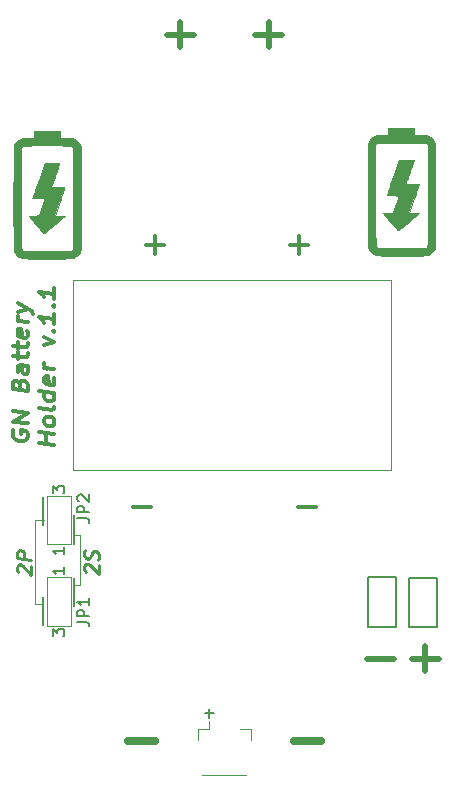
<source format=gto>
G04 #@! TF.GenerationSoftware,KiCad,Pcbnew,(5.1.7)-1*
G04 #@! TF.CreationDate,2021-07-05T13:34:58+04:00*
G04 #@! TF.ProjectId,pcb_batteryHolder,7063625f-6261-4747-9465-7279486f6c64,1.0*
G04 #@! TF.SameCoordinates,PX8f0d180PY5f5e100*
G04 #@! TF.FileFunction,Legend,Top*
G04 #@! TF.FilePolarity,Positive*
%FSLAX46Y46*%
G04 Gerber Fmt 4.6, Leading zero omitted, Abs format (unit mm)*
G04 Created by KiCad (PCBNEW (5.1.7)-1) date 2021-07-05 13:34:58*
%MOMM*%
%LPD*%
G01*
G04 APERTURE LIST*
%ADD10C,0.120000*%
%ADD11C,0.200000*%
%ADD12C,0.250000*%
%ADD13C,0.300000*%
%ADD14C,0.500000*%
%ADD15C,0.700000*%
%ADD16C,0.010000*%
%ADD17C,0.150000*%
G04 APERTURE END LIST*
D10*
X-16000000Y-17400000D02*
X-15400000Y-17400000D01*
X-16000000Y-10300000D02*
X-16000000Y-17400000D01*
X-15300000Y-10300000D02*
X-16000000Y-10300000D01*
D11*
X-12711734Y-15181300D02*
X-12711734Y-17581300D01*
X-12703529Y-9902777D02*
X-12703529Y-12302777D01*
X-15317029Y-8317754D02*
X-15317029Y-10717754D01*
X-15400000Y-16800000D02*
X-15400000Y-19200000D01*
D12*
X-17442858Y-14732812D02*
X-17500000Y-14668526D01*
X-17557143Y-14547098D01*
X-17557143Y-14261383D01*
X-17500000Y-14154241D01*
X-17442858Y-14104241D01*
X-17328572Y-14061383D01*
X-17214286Y-14075669D01*
X-17042858Y-14154241D01*
X-16357143Y-14925669D01*
X-16357143Y-14182812D01*
X-16357143Y-13668526D02*
X-17557143Y-13518526D01*
X-17557143Y-13061383D01*
X-17500000Y-12954241D01*
X-17442858Y-12904241D01*
X-17328572Y-12861383D01*
X-17157143Y-12882812D01*
X-17042858Y-12954241D01*
X-16985715Y-13018526D01*
X-16928572Y-13139955D01*
X-16928572Y-13597098D01*
X-11742858Y-14675669D02*
X-11800000Y-14611383D01*
X-11857143Y-14489954D01*
X-11857143Y-14204240D01*
X-11800000Y-14097097D01*
X-11742858Y-14047097D01*
X-11628572Y-14004240D01*
X-11514286Y-14018526D01*
X-11342858Y-14097097D01*
X-10657143Y-14868526D01*
X-10657143Y-14125669D01*
X-10714286Y-13661383D02*
X-10657143Y-13497097D01*
X-10657143Y-13211383D01*
X-10714286Y-13089954D01*
X-10771429Y-13025669D01*
X-10885715Y-12954240D01*
X-11000000Y-12939954D01*
X-11114286Y-12982811D01*
X-11171429Y-13032811D01*
X-11228572Y-13139954D01*
X-11285715Y-13361383D01*
X-11342858Y-13468526D01*
X-11400000Y-13518526D01*
X-11514286Y-13561383D01*
X-11628572Y-13547097D01*
X-11742858Y-13475669D01*
X-11800000Y-13411383D01*
X-11857143Y-13289954D01*
X-11857143Y-13004240D01*
X-11800000Y-12839954D01*
D10*
X-12200000Y-15800000D02*
X-12700000Y-15800000D01*
X-12200000Y-11600000D02*
X-12200000Y-15800000D01*
X-12700000Y-11600000D02*
X-12200000Y-11600000D01*
D11*
X-1680953Y-26646428D02*
X-919048Y-26646428D01*
X-1300000Y-27027380D02*
X-1300000Y-26265476D01*
D13*
X-17875000Y-2683750D02*
X-17936905Y-2818869D01*
X-17936905Y-3033154D01*
X-17875000Y-3255178D01*
X-17751191Y-3413511D01*
X-17627381Y-3500416D01*
X-17379762Y-3602797D01*
X-17194048Y-3626011D01*
X-16946429Y-3585535D01*
X-16822620Y-3529583D01*
X-16698810Y-3402202D01*
X-16636905Y-3195654D01*
X-16636905Y-3052797D01*
X-16698810Y-2830773D01*
X-16760715Y-2751607D01*
X-17194048Y-2697440D01*
X-17194048Y-2983154D01*
X-16636905Y-2124226D02*
X-17936905Y-1961726D01*
X-16636905Y-1267083D01*
X-17936905Y-1104583D01*
X-17317858Y1175179D02*
X-17255953Y1381727D01*
X-17194048Y1445417D01*
X-17070239Y1501370D01*
X-16884524Y1478155D01*
X-16760715Y1391250D01*
X-16698810Y1312084D01*
X-16636905Y1161489D01*
X-16636905Y590060D01*
X-17936905Y752560D01*
X-17936905Y1252560D01*
X-17875000Y1387679D01*
X-17813096Y1451370D01*
X-17689286Y1507322D01*
X-17565477Y1491846D01*
X-17441667Y1404941D01*
X-17379762Y1325774D01*
X-17317858Y1175179D01*
X-17317858Y675179D01*
X-16636905Y2732917D02*
X-17317858Y2818036D01*
X-17441667Y2762084D01*
X-17503572Y2626965D01*
X-17503572Y2341250D01*
X-17441667Y2190655D01*
X-16698810Y2740655D02*
X-16636905Y2590060D01*
X-16636905Y2232917D01*
X-16698810Y2097798D01*
X-16822620Y2041846D01*
X-16946429Y2057322D01*
X-17070239Y2144227D01*
X-17132143Y2294822D01*
X-17132143Y2651965D01*
X-17194048Y2802560D01*
X-17503572Y3341250D02*
X-17503572Y3912679D01*
X-17936905Y3609703D02*
X-16822620Y3470417D01*
X-16698810Y3526370D01*
X-16636905Y3661489D01*
X-16636905Y3804346D01*
X-17503572Y4198393D02*
X-17503572Y4769822D01*
X-17936905Y4466846D02*
X-16822620Y4327560D01*
X-16698810Y4383512D01*
X-16636905Y4518631D01*
X-16636905Y4661489D01*
X-16698810Y5740655D02*
X-16636905Y5590060D01*
X-16636905Y5304346D01*
X-16698810Y5169227D01*
X-16822620Y5113274D01*
X-17317858Y5175179D01*
X-17441667Y5262084D01*
X-17503572Y5412679D01*
X-17503572Y5698393D01*
X-17441667Y5833512D01*
X-17317858Y5889465D01*
X-17194048Y5873989D01*
X-17070239Y5144227D01*
X-16636905Y6447203D02*
X-17503572Y6555536D01*
X-17255953Y6524584D02*
X-17379762Y6611489D01*
X-17441667Y6690655D01*
X-17503572Y6841250D01*
X-17503572Y6984108D01*
X-17503572Y7341250D02*
X-16636905Y7590060D01*
X-17503572Y8055536D02*
X-16636905Y7590060D01*
X-16327381Y7408512D01*
X-16265477Y7329346D01*
X-16203572Y7178750D01*
X-14386905Y-3909940D02*
X-15686905Y-3747440D01*
X-15067858Y-3824821D02*
X-15067858Y-2967678D01*
X-14386905Y-3052797D02*
X-15686905Y-2890297D01*
X-14386905Y-2124226D02*
X-14448810Y-2259345D01*
X-14510715Y-2323035D01*
X-14634524Y-2378988D01*
X-15005953Y-2332559D01*
X-15129762Y-2245654D01*
X-15191667Y-2166488D01*
X-15253572Y-2015892D01*
X-15253572Y-1801607D01*
X-15191667Y-1666488D01*
X-15129762Y-1602797D01*
X-15005953Y-1546845D01*
X-14634524Y-1593273D01*
X-14510715Y-1680178D01*
X-14448810Y-1759345D01*
X-14386905Y-1909940D01*
X-14386905Y-2124226D01*
X-14386905Y-767083D02*
X-14448810Y-902202D01*
X-14572620Y-958154D01*
X-15686905Y-818869D01*
X-14386905Y447203D02*
X-15686905Y609703D01*
X-14448810Y454941D02*
X-14386905Y304346D01*
X-14386905Y18631D01*
X-14448810Y-116488D01*
X-14510715Y-180178D01*
X-14634524Y-236130D01*
X-15005953Y-189702D01*
X-15129762Y-102797D01*
X-15191667Y-23630D01*
X-15253572Y126965D01*
X-15253572Y412679D01*
X-15191667Y547798D01*
X-14448810Y1740655D02*
X-14386905Y1590060D01*
X-14386905Y1304346D01*
X-14448810Y1169227D01*
X-14572620Y1113274D01*
X-15067858Y1175179D01*
X-15191667Y1262084D01*
X-15253572Y1412679D01*
X-15253572Y1698393D01*
X-15191667Y1833512D01*
X-15067858Y1889465D01*
X-14944048Y1873989D01*
X-14820239Y1144227D01*
X-14386905Y2447203D02*
X-15253572Y2555536D01*
X-15005953Y2524584D02*
X-15129762Y2611489D01*
X-15191667Y2690655D01*
X-15253572Y2841250D01*
X-15253572Y2984108D01*
X-15253572Y4484108D02*
X-14386905Y4732917D01*
X-15253572Y5198393D01*
X-14510715Y5676965D02*
X-14448810Y5740655D01*
X-14386905Y5661489D01*
X-14448810Y5597798D01*
X-14510715Y5676965D01*
X-14386905Y5661489D01*
X-14386905Y7161489D02*
X-14386905Y6304346D01*
X-14386905Y6732917D02*
X-15686905Y6895417D01*
X-15501191Y6729346D01*
X-15377381Y6571012D01*
X-15315477Y6420417D01*
X-14510715Y7819822D02*
X-14448810Y7883512D01*
X-14386905Y7804346D01*
X-14448810Y7740655D01*
X-14510715Y7819822D01*
X-14386905Y7804346D01*
X-14386905Y9304346D02*
X-14386905Y8447203D01*
X-14386905Y8875774D02*
X-15686905Y9038274D01*
X-15501191Y8872203D01*
X-15377381Y8713870D01*
X-15315477Y8563274D01*
D14*
X2607142Y30800000D02*
X4892857Y30800000D01*
X3750000Y29733334D02*
X3750000Y31866667D01*
X-4892858Y30800000D02*
X-2607143Y30800000D01*
X-3750000Y29733334D02*
X-3750000Y31866667D01*
D15*
X5907142Y-29014285D02*
X8192857Y-29014285D01*
X-8142858Y-29014285D02*
X-5857143Y-29014285D01*
D14*
X14392857Y-22050000D02*
X12107142Y-22050000D01*
X18142857Y-22050000D02*
X15857142Y-22050000D01*
X17000000Y-20983333D02*
X17000000Y-23116666D01*
D16*
G36*
X15974554Y19992693D02*
G01*
X15939530Y19891042D01*
X15896247Y19765781D01*
X15846397Y19621782D01*
X15791675Y19463912D01*
X15733774Y19297043D01*
X15674387Y19126043D01*
X15615208Y18955783D01*
X15557929Y18791132D01*
X15504245Y18636961D01*
X15455849Y18498138D01*
X15414434Y18379535D01*
X15381694Y18286019D01*
X15359322Y18222462D01*
X15349011Y18193733D01*
X15348807Y18193208D01*
X15346702Y18182092D01*
X15353298Y18173446D01*
X15373163Y18166963D01*
X15410864Y18162333D01*
X15470970Y18159249D01*
X15558048Y18157401D01*
X15676666Y18156482D01*
X15831392Y18156182D01*
X15897319Y18156166D01*
X16046747Y18155588D01*
X16181273Y18153958D01*
X16295406Y18151432D01*
X16383650Y18148168D01*
X16440512Y18144323D01*
X16460500Y18140083D01*
X16453981Y18117641D01*
X16435198Y18058589D01*
X16405315Y17966462D01*
X16365497Y17844799D01*
X16316906Y17697135D01*
X16260707Y17527008D01*
X16198064Y17337954D01*
X16130140Y17133509D01*
X16060028Y16922999D01*
X15659557Y15722000D01*
X16512455Y15722000D01*
X16460019Y15670631D01*
X16429982Y15643669D01*
X16372469Y15594337D01*
X16291141Y15525654D01*
X16189660Y15440635D01*
X16071687Y15342297D01*
X15940883Y15233656D01*
X15800909Y15117730D01*
X15655426Y14997535D01*
X15508095Y14876087D01*
X15362577Y14756403D01*
X15222534Y14641500D01*
X15091626Y14534394D01*
X14973515Y14438102D01*
X14871862Y14355641D01*
X14790328Y14290027D01*
X14732574Y14244277D01*
X14702261Y14221407D01*
X14698661Y14219341D01*
X14682337Y14235060D01*
X14641744Y14280142D01*
X14579638Y14351366D01*
X14498775Y14445507D01*
X14401909Y14559346D01*
X14291797Y14689658D01*
X14171193Y14833221D01*
X14060797Y14965291D01*
X13438523Y15711416D01*
X13874555Y15722000D01*
X14310587Y15732583D01*
X14556463Y16452250D01*
X14802339Y17171916D01*
X14274551Y17177576D01*
X13746762Y17183236D01*
X13758659Y17230493D01*
X13767630Y17257785D01*
X13789778Y17321632D01*
X13823936Y17418759D01*
X13868939Y17545891D01*
X13923623Y17699753D01*
X13986820Y17877071D01*
X14057367Y18074568D01*
X14134098Y18288971D01*
X14215846Y18517003D01*
X14287682Y18717083D01*
X14804808Y20156416D01*
X15419753Y20162026D01*
X16034697Y20167635D01*
X15974554Y19992693D01*
G37*
X15974554Y19992693D02*
X15939530Y19891042D01*
X15896247Y19765781D01*
X15846397Y19621782D01*
X15791675Y19463912D01*
X15733774Y19297043D01*
X15674387Y19126043D01*
X15615208Y18955783D01*
X15557929Y18791132D01*
X15504245Y18636961D01*
X15455849Y18498138D01*
X15414434Y18379535D01*
X15381694Y18286019D01*
X15359322Y18222462D01*
X15349011Y18193733D01*
X15348807Y18193208D01*
X15346702Y18182092D01*
X15353298Y18173446D01*
X15373163Y18166963D01*
X15410864Y18162333D01*
X15470970Y18159249D01*
X15558048Y18157401D01*
X15676666Y18156482D01*
X15831392Y18156182D01*
X15897319Y18156166D01*
X16046747Y18155588D01*
X16181273Y18153958D01*
X16295406Y18151432D01*
X16383650Y18148168D01*
X16440512Y18144323D01*
X16460500Y18140083D01*
X16453981Y18117641D01*
X16435198Y18058589D01*
X16405315Y17966462D01*
X16365497Y17844799D01*
X16316906Y17697135D01*
X16260707Y17527008D01*
X16198064Y17337954D01*
X16130140Y17133509D01*
X16060028Y16922999D01*
X15659557Y15722000D01*
X16512455Y15722000D01*
X16460019Y15670631D01*
X16429982Y15643669D01*
X16372469Y15594337D01*
X16291141Y15525654D01*
X16189660Y15440635D01*
X16071687Y15342297D01*
X15940883Y15233656D01*
X15800909Y15117730D01*
X15655426Y14997535D01*
X15508095Y14876087D01*
X15362577Y14756403D01*
X15222534Y14641500D01*
X15091626Y14534394D01*
X14973515Y14438102D01*
X14871862Y14355641D01*
X14790328Y14290027D01*
X14732574Y14244277D01*
X14702261Y14221407D01*
X14698661Y14219341D01*
X14682337Y14235060D01*
X14641744Y14280142D01*
X14579638Y14351366D01*
X14498775Y14445507D01*
X14401909Y14559346D01*
X14291797Y14689658D01*
X14171193Y14833221D01*
X14060797Y14965291D01*
X13438523Y15711416D01*
X13874555Y15722000D01*
X14310587Y15732583D01*
X14556463Y16452250D01*
X14802339Y17171916D01*
X14274551Y17177576D01*
X13746762Y17183236D01*
X13758659Y17230493D01*
X13767630Y17257785D01*
X13789778Y17321632D01*
X13823936Y17418759D01*
X13868939Y17545891D01*
X13923623Y17699753D01*
X13986820Y17877071D01*
X14057367Y18074568D01*
X14134098Y18288971D01*
X14215846Y18517003D01*
X14287682Y18717083D01*
X14804808Y20156416D01*
X15419753Y20162026D01*
X16034697Y20167635D01*
X15974554Y19992693D01*
G36*
X16079500Y22304833D02*
G01*
X16508125Y22304711D01*
X16648031Y22303650D01*
X16782052Y22300772D01*
X16901206Y22296408D01*
X16996508Y22290893D01*
X17058975Y22284560D01*
X17061360Y22284181D01*
X17245435Y22233347D01*
X17413916Y22146351D01*
X17561919Y22027986D01*
X17684559Y21883046D01*
X17776951Y21716326D01*
X17834213Y21532620D01*
X17835895Y21523977D01*
X17838822Y21486851D01*
X17841536Y21407589D01*
X17844036Y21286387D01*
X17846321Y21123444D01*
X17848390Y20918956D01*
X17850242Y20673119D01*
X17851876Y20386131D01*
X17853292Y20058189D01*
X17854487Y19689489D01*
X17855463Y19280228D01*
X17856216Y18830605D01*
X17856747Y18340814D01*
X17857054Y17811053D01*
X17857137Y17241520D01*
X17857133Y17184902D01*
X17857107Y16676783D01*
X17857092Y16209231D01*
X17857039Y15780481D01*
X17856901Y15388767D01*
X17856630Y15032324D01*
X17856179Y14709386D01*
X17855501Y14418188D01*
X17854547Y14156963D01*
X17853271Y13923946D01*
X17851625Y13717371D01*
X17849561Y13535473D01*
X17847033Y13376487D01*
X17843991Y13238646D01*
X17840390Y13120184D01*
X17836181Y13019337D01*
X17831318Y12934338D01*
X17825752Y12863422D01*
X17819436Y12804823D01*
X17812322Y12756775D01*
X17804364Y12717513D01*
X17795513Y12685272D01*
X17785722Y12658285D01*
X17774944Y12634787D01*
X17763131Y12613012D01*
X17750235Y12591195D01*
X17736210Y12567569D01*
X17732789Y12561641D01*
X17616150Y12399575D01*
X17469414Y12265637D01*
X17296778Y12163130D01*
X17161105Y12111341D01*
X17123148Y12106284D01*
X17046501Y12101686D01*
X16934748Y12097547D01*
X16791473Y12093864D01*
X16620261Y12090636D01*
X16424696Y12087864D01*
X16208363Y12085546D01*
X15974845Y12083681D01*
X15727728Y12082268D01*
X15470595Y12081305D01*
X15207031Y12080793D01*
X14940621Y12080730D01*
X14674949Y12081115D01*
X14413599Y12081947D01*
X14160155Y12083226D01*
X13918203Y12084949D01*
X13691326Y12087117D01*
X13483109Y12089728D01*
X13297137Y12092781D01*
X13136993Y12096276D01*
X13006262Y12100211D01*
X12908529Y12104585D01*
X12847377Y12109398D01*
X12829670Y12112516D01*
X12644329Y12192314D01*
X12480159Y12306046D01*
X12342767Y12449233D01*
X12267211Y12561641D01*
X12252917Y12585938D01*
X12239764Y12608018D01*
X12227704Y12629645D01*
X12216690Y12652586D01*
X12206674Y12678606D01*
X12197609Y12709471D01*
X12189448Y12746946D01*
X12182143Y12792798D01*
X12175646Y12848791D01*
X12169910Y12916692D01*
X12164887Y12998265D01*
X12160531Y13095278D01*
X12156793Y13209495D01*
X12153626Y13342682D01*
X12150983Y13496604D01*
X12148815Y13673028D01*
X12147077Y13873719D01*
X12145719Y14100443D01*
X12144695Y14354965D01*
X12143957Y14639051D01*
X12143457Y14954467D01*
X12143149Y15302978D01*
X12142984Y15686350D01*
X12142916Y16106348D01*
X12142896Y16564739D01*
X12142877Y17063288D01*
X12142868Y17184902D01*
X12142929Y17758234D01*
X12143214Y18291812D01*
X12143724Y18785438D01*
X12144456Y19238917D01*
X12145410Y19652051D01*
X12146585Y20024644D01*
X12147979Y20356497D01*
X12149593Y20647416D01*
X12151424Y20897201D01*
X12153472Y21105658D01*
X12155737Y21272588D01*
X12158216Y21397795D01*
X12160067Y21455063D01*
X12788084Y21455063D01*
X12788084Y17196823D01*
X12788088Y16697639D01*
X12788114Y16239035D01*
X12788178Y15819260D01*
X12788297Y15436561D01*
X12788488Y15089186D01*
X12788769Y14775382D01*
X12789157Y14493397D01*
X12789668Y14241479D01*
X12790320Y14017876D01*
X12791130Y13820834D01*
X12792116Y13648601D01*
X12793293Y13499426D01*
X12794680Y13371555D01*
X12796294Y13263237D01*
X12798151Y13172718D01*
X12800269Y13098247D01*
X12802665Y13038071D01*
X12805356Y12990438D01*
X12808360Y12953596D01*
X12811692Y12925791D01*
X12815372Y12905272D01*
X12819414Y12890286D01*
X12823838Y12879081D01*
X12828659Y12869904D01*
X12830417Y12866894D01*
X12879267Y12807300D01*
X12941187Y12758734D01*
X12946503Y12755769D01*
X12960433Y12749106D01*
X12977497Y12743237D01*
X13000314Y12738113D01*
X13031504Y12733683D01*
X13073686Y12729896D01*
X13129479Y12726702D01*
X13201503Y12724052D01*
X13292377Y12721894D01*
X13404720Y12720179D01*
X13541152Y12718855D01*
X13704291Y12717874D01*
X13896758Y12717184D01*
X14121171Y12716735D01*
X14380150Y12716477D01*
X14676314Y12716360D01*
X15000000Y12716333D01*
X15334552Y12716362D01*
X15629389Y12716484D01*
X15887132Y12716747D01*
X16110400Y12717204D01*
X16301811Y12717903D01*
X16463985Y12718895D01*
X16599542Y12720231D01*
X16711101Y12721961D01*
X16801281Y12724135D01*
X16872702Y12726803D01*
X16927982Y12730016D01*
X16969741Y12733824D01*
X17000598Y12738278D01*
X17023173Y12743427D01*
X17040085Y12749322D01*
X17053497Y12755769D01*
X17115283Y12802083D01*
X17166409Y12861730D01*
X17169584Y12866894D01*
X17174546Y12875777D01*
X17179105Y12886085D01*
X17183277Y12899570D01*
X17187080Y12917983D01*
X17190530Y12943079D01*
X17193645Y12976608D01*
X17196442Y13020323D01*
X17198937Y13075977D01*
X17201149Y13145322D01*
X17203095Y13230111D01*
X17204790Y13332095D01*
X17206254Y13453028D01*
X17207501Y13594661D01*
X17208551Y13758748D01*
X17209420Y13947039D01*
X17210124Y14161289D01*
X17210682Y14403248D01*
X17211111Y14674670D01*
X17211426Y14977307D01*
X17211647Y15312912D01*
X17211789Y15683236D01*
X17211870Y16090032D01*
X17211906Y16535052D01*
X17211916Y17020050D01*
X17211917Y17196823D01*
X17211917Y21455063D01*
X17168276Y21513515D01*
X17117860Y21570029D01*
X17066182Y21615609D01*
X17055833Y21622920D01*
X17043856Y21629365D01*
X17027670Y21634999D01*
X17004689Y21639876D01*
X16972332Y21644052D01*
X16928015Y21647579D01*
X16869154Y21650514D01*
X16793168Y21652910D01*
X16697471Y21654823D01*
X16579482Y21656306D01*
X16436618Y21657414D01*
X16266294Y21658202D01*
X16065927Y21658725D01*
X15832936Y21659036D01*
X15564735Y21659191D01*
X15258743Y21659244D01*
X15000000Y21659250D01*
X14663636Y21659238D01*
X14367023Y21659165D01*
X14107576Y21658977D01*
X13882713Y21658620D01*
X13689850Y21658038D01*
X13526405Y21657177D01*
X13389795Y21655983D01*
X13277435Y21654401D01*
X13186743Y21652377D01*
X13115136Y21649855D01*
X13060030Y21646782D01*
X13018843Y21643103D01*
X12988991Y21638763D01*
X12967890Y21633708D01*
X12952959Y21627882D01*
X12941613Y21621233D01*
X12933819Y21615609D01*
X12877305Y21565193D01*
X12831725Y21513515D01*
X12788084Y21455063D01*
X12160067Y21455063D01*
X12160909Y21481082D01*
X12163816Y21522252D01*
X12164105Y21523977D01*
X12219660Y21708340D01*
X12310568Y21875932D01*
X12431944Y22021961D01*
X12578903Y22141633D01*
X12746563Y22230154D01*
X12930038Y22282729D01*
X12938641Y22284181D01*
X13000019Y22290717D01*
X13094356Y22296398D01*
X13212279Y22300865D01*
X13344416Y22303755D01*
X13470709Y22304711D01*
X13878167Y22304833D01*
X13878167Y22918666D01*
X16079500Y22918666D01*
X16079500Y22304833D01*
G37*
X16079500Y22304833D02*
X16508125Y22304711D01*
X16648031Y22303650D01*
X16782052Y22300772D01*
X16901206Y22296408D01*
X16996508Y22290893D01*
X17058975Y22284560D01*
X17061360Y22284181D01*
X17245435Y22233347D01*
X17413916Y22146351D01*
X17561919Y22027986D01*
X17684559Y21883046D01*
X17776951Y21716326D01*
X17834213Y21532620D01*
X17835895Y21523977D01*
X17838822Y21486851D01*
X17841536Y21407589D01*
X17844036Y21286387D01*
X17846321Y21123444D01*
X17848390Y20918956D01*
X17850242Y20673119D01*
X17851876Y20386131D01*
X17853292Y20058189D01*
X17854487Y19689489D01*
X17855463Y19280228D01*
X17856216Y18830605D01*
X17856747Y18340814D01*
X17857054Y17811053D01*
X17857137Y17241520D01*
X17857133Y17184902D01*
X17857107Y16676783D01*
X17857092Y16209231D01*
X17857039Y15780481D01*
X17856901Y15388767D01*
X17856630Y15032324D01*
X17856179Y14709386D01*
X17855501Y14418188D01*
X17854547Y14156963D01*
X17853271Y13923946D01*
X17851625Y13717371D01*
X17849561Y13535473D01*
X17847033Y13376487D01*
X17843991Y13238646D01*
X17840390Y13120184D01*
X17836181Y13019337D01*
X17831318Y12934338D01*
X17825752Y12863422D01*
X17819436Y12804823D01*
X17812322Y12756775D01*
X17804364Y12717513D01*
X17795513Y12685272D01*
X17785722Y12658285D01*
X17774944Y12634787D01*
X17763131Y12613012D01*
X17750235Y12591195D01*
X17736210Y12567569D01*
X17732789Y12561641D01*
X17616150Y12399575D01*
X17469414Y12265637D01*
X17296778Y12163130D01*
X17161105Y12111341D01*
X17123148Y12106284D01*
X17046501Y12101686D01*
X16934748Y12097547D01*
X16791473Y12093864D01*
X16620261Y12090636D01*
X16424696Y12087864D01*
X16208363Y12085546D01*
X15974845Y12083681D01*
X15727728Y12082268D01*
X15470595Y12081305D01*
X15207031Y12080793D01*
X14940621Y12080730D01*
X14674949Y12081115D01*
X14413599Y12081947D01*
X14160155Y12083226D01*
X13918203Y12084949D01*
X13691326Y12087117D01*
X13483109Y12089728D01*
X13297137Y12092781D01*
X13136993Y12096276D01*
X13006262Y12100211D01*
X12908529Y12104585D01*
X12847377Y12109398D01*
X12829670Y12112516D01*
X12644329Y12192314D01*
X12480159Y12306046D01*
X12342767Y12449233D01*
X12267211Y12561641D01*
X12252917Y12585938D01*
X12239764Y12608018D01*
X12227704Y12629645D01*
X12216690Y12652586D01*
X12206674Y12678606D01*
X12197609Y12709471D01*
X12189448Y12746946D01*
X12182143Y12792798D01*
X12175646Y12848791D01*
X12169910Y12916692D01*
X12164887Y12998265D01*
X12160531Y13095278D01*
X12156793Y13209495D01*
X12153626Y13342682D01*
X12150983Y13496604D01*
X12148815Y13673028D01*
X12147077Y13873719D01*
X12145719Y14100443D01*
X12144695Y14354965D01*
X12143957Y14639051D01*
X12143457Y14954467D01*
X12143149Y15302978D01*
X12142984Y15686350D01*
X12142916Y16106348D01*
X12142896Y16564739D01*
X12142877Y17063288D01*
X12142868Y17184902D01*
X12142929Y17758234D01*
X12143214Y18291812D01*
X12143724Y18785438D01*
X12144456Y19238917D01*
X12145410Y19652051D01*
X12146585Y20024644D01*
X12147979Y20356497D01*
X12149593Y20647416D01*
X12151424Y20897201D01*
X12153472Y21105658D01*
X12155737Y21272588D01*
X12158216Y21397795D01*
X12160067Y21455063D01*
X12788084Y21455063D01*
X12788084Y17196823D01*
X12788088Y16697639D01*
X12788114Y16239035D01*
X12788178Y15819260D01*
X12788297Y15436561D01*
X12788488Y15089186D01*
X12788769Y14775382D01*
X12789157Y14493397D01*
X12789668Y14241479D01*
X12790320Y14017876D01*
X12791130Y13820834D01*
X12792116Y13648601D01*
X12793293Y13499426D01*
X12794680Y13371555D01*
X12796294Y13263237D01*
X12798151Y13172718D01*
X12800269Y13098247D01*
X12802665Y13038071D01*
X12805356Y12990438D01*
X12808360Y12953596D01*
X12811692Y12925791D01*
X12815372Y12905272D01*
X12819414Y12890286D01*
X12823838Y12879081D01*
X12828659Y12869904D01*
X12830417Y12866894D01*
X12879267Y12807300D01*
X12941187Y12758734D01*
X12946503Y12755769D01*
X12960433Y12749106D01*
X12977497Y12743237D01*
X13000314Y12738113D01*
X13031504Y12733683D01*
X13073686Y12729896D01*
X13129479Y12726702D01*
X13201503Y12724052D01*
X13292377Y12721894D01*
X13404720Y12720179D01*
X13541152Y12718855D01*
X13704291Y12717874D01*
X13896758Y12717184D01*
X14121171Y12716735D01*
X14380150Y12716477D01*
X14676314Y12716360D01*
X15000000Y12716333D01*
X15334552Y12716362D01*
X15629389Y12716484D01*
X15887132Y12716747D01*
X16110400Y12717204D01*
X16301811Y12717903D01*
X16463985Y12718895D01*
X16599542Y12720231D01*
X16711101Y12721961D01*
X16801281Y12724135D01*
X16872702Y12726803D01*
X16927982Y12730016D01*
X16969741Y12733824D01*
X17000598Y12738278D01*
X17023173Y12743427D01*
X17040085Y12749322D01*
X17053497Y12755769D01*
X17115283Y12802083D01*
X17166409Y12861730D01*
X17169584Y12866894D01*
X17174546Y12875777D01*
X17179105Y12886085D01*
X17183277Y12899570D01*
X17187080Y12917983D01*
X17190530Y12943079D01*
X17193645Y12976608D01*
X17196442Y13020323D01*
X17198937Y13075977D01*
X17201149Y13145322D01*
X17203095Y13230111D01*
X17204790Y13332095D01*
X17206254Y13453028D01*
X17207501Y13594661D01*
X17208551Y13758748D01*
X17209420Y13947039D01*
X17210124Y14161289D01*
X17210682Y14403248D01*
X17211111Y14674670D01*
X17211426Y14977307D01*
X17211647Y15312912D01*
X17211789Y15683236D01*
X17211870Y16090032D01*
X17211906Y16535052D01*
X17211916Y17020050D01*
X17211917Y17196823D01*
X17211917Y21455063D01*
X17168276Y21513515D01*
X17117860Y21570029D01*
X17066182Y21615609D01*
X17055833Y21622920D01*
X17043856Y21629365D01*
X17027670Y21634999D01*
X17004689Y21639876D01*
X16972332Y21644052D01*
X16928015Y21647579D01*
X16869154Y21650514D01*
X16793168Y21652910D01*
X16697471Y21654823D01*
X16579482Y21656306D01*
X16436618Y21657414D01*
X16266294Y21658202D01*
X16065927Y21658725D01*
X15832936Y21659036D01*
X15564735Y21659191D01*
X15258743Y21659244D01*
X15000000Y21659250D01*
X14663636Y21659238D01*
X14367023Y21659165D01*
X14107576Y21658977D01*
X13882713Y21658620D01*
X13689850Y21658038D01*
X13526405Y21657177D01*
X13389795Y21655983D01*
X13277435Y21654401D01*
X13186743Y21652377D01*
X13115136Y21649855D01*
X13060030Y21646782D01*
X13018843Y21643103D01*
X12988991Y21638763D01*
X12967890Y21633708D01*
X12952959Y21627882D01*
X12941613Y21621233D01*
X12933819Y21615609D01*
X12877305Y21565193D01*
X12831725Y21513515D01*
X12788084Y21455063D01*
X12160067Y21455063D01*
X12160909Y21481082D01*
X12163816Y21522252D01*
X12164105Y21523977D01*
X12219660Y21708340D01*
X12310568Y21875932D01*
X12431944Y22021961D01*
X12578903Y22141633D01*
X12746563Y22230154D01*
X12930038Y22282729D01*
X12938641Y22284181D01*
X13000019Y22290717D01*
X13094356Y22296398D01*
X13212279Y22300865D01*
X13344416Y22303755D01*
X13470709Y22304711D01*
X13878167Y22304833D01*
X13878167Y22918666D01*
X16079500Y22918666D01*
X16079500Y22304833D01*
G36*
X-13920500Y22054833D02*
G01*
X-13491875Y22054711D01*
X-13351969Y22053650D01*
X-13217948Y22050772D01*
X-13098794Y22046408D01*
X-13003492Y22040893D01*
X-12941025Y22034560D01*
X-12938640Y22034181D01*
X-12754565Y21983347D01*
X-12586084Y21896351D01*
X-12438081Y21777986D01*
X-12315441Y21633046D01*
X-12223049Y21466326D01*
X-12165787Y21282620D01*
X-12164105Y21273977D01*
X-12161178Y21236851D01*
X-12158464Y21157589D01*
X-12155964Y21036387D01*
X-12153679Y20873444D01*
X-12151610Y20668956D01*
X-12149758Y20423119D01*
X-12148124Y20136131D01*
X-12146708Y19808189D01*
X-12145513Y19439489D01*
X-12144537Y19030228D01*
X-12143784Y18580605D01*
X-12143253Y18090814D01*
X-12142946Y17561053D01*
X-12142863Y16991520D01*
X-12142867Y16934902D01*
X-12142893Y16426783D01*
X-12142908Y15959231D01*
X-12142961Y15530481D01*
X-12143099Y15138767D01*
X-12143370Y14782324D01*
X-12143821Y14459386D01*
X-12144499Y14168188D01*
X-12145453Y13906963D01*
X-12146729Y13673946D01*
X-12148375Y13467371D01*
X-12150439Y13285473D01*
X-12152967Y13126487D01*
X-12156009Y12988646D01*
X-12159610Y12870184D01*
X-12163819Y12769337D01*
X-12168682Y12684338D01*
X-12174248Y12613422D01*
X-12180564Y12554823D01*
X-12187678Y12506775D01*
X-12195636Y12467513D01*
X-12204487Y12435272D01*
X-12214278Y12408285D01*
X-12225056Y12384787D01*
X-12236869Y12363012D01*
X-12249765Y12341195D01*
X-12263790Y12317569D01*
X-12267211Y12311641D01*
X-12383850Y12149575D01*
X-12530586Y12015637D01*
X-12703222Y11913130D01*
X-12838895Y11861341D01*
X-12876852Y11856284D01*
X-12953499Y11851686D01*
X-13065252Y11847547D01*
X-13208527Y11843864D01*
X-13379739Y11840636D01*
X-13575304Y11837864D01*
X-13791637Y11835546D01*
X-14025155Y11833681D01*
X-14272272Y11832268D01*
X-14529405Y11831305D01*
X-14792969Y11830793D01*
X-15059379Y11830730D01*
X-15325051Y11831115D01*
X-15586401Y11831947D01*
X-15839845Y11833226D01*
X-16081797Y11834949D01*
X-16308674Y11837117D01*
X-16516891Y11839728D01*
X-16702863Y11842781D01*
X-16863007Y11846276D01*
X-16993738Y11850211D01*
X-17091471Y11854585D01*
X-17152623Y11859398D01*
X-17170330Y11862516D01*
X-17355671Y11942314D01*
X-17519841Y12056046D01*
X-17657233Y12199233D01*
X-17732789Y12311641D01*
X-17747083Y12335938D01*
X-17760236Y12358018D01*
X-17772296Y12379645D01*
X-17783310Y12402586D01*
X-17793326Y12428606D01*
X-17802391Y12459471D01*
X-17810552Y12496946D01*
X-17817857Y12542798D01*
X-17824354Y12598791D01*
X-17830090Y12666692D01*
X-17835113Y12748265D01*
X-17839469Y12845278D01*
X-17843207Y12959495D01*
X-17846374Y13092682D01*
X-17849017Y13246604D01*
X-17851185Y13423028D01*
X-17852923Y13623719D01*
X-17854281Y13850443D01*
X-17855305Y14104965D01*
X-17856043Y14389051D01*
X-17856543Y14704467D01*
X-17856851Y15052978D01*
X-17857016Y15436350D01*
X-17857084Y15856348D01*
X-17857104Y16314739D01*
X-17857123Y16813288D01*
X-17857132Y16934902D01*
X-17857071Y17508234D01*
X-17856786Y18041812D01*
X-17856276Y18535438D01*
X-17855544Y18988917D01*
X-17854590Y19402051D01*
X-17853415Y19774644D01*
X-17852021Y20106497D01*
X-17850407Y20397416D01*
X-17848576Y20647201D01*
X-17846528Y20855658D01*
X-17844263Y21022588D01*
X-17841784Y21147795D01*
X-17839933Y21205063D01*
X-17211916Y21205063D01*
X-17211916Y16946823D01*
X-17211912Y16447639D01*
X-17211886Y15989035D01*
X-17211822Y15569260D01*
X-17211703Y15186561D01*
X-17211512Y14839186D01*
X-17211231Y14525382D01*
X-17210843Y14243397D01*
X-17210332Y13991479D01*
X-17209680Y13767876D01*
X-17208870Y13570834D01*
X-17207884Y13398601D01*
X-17206707Y13249426D01*
X-17205320Y13121555D01*
X-17203706Y13013237D01*
X-17201849Y12922718D01*
X-17199731Y12848247D01*
X-17197335Y12788071D01*
X-17194644Y12740438D01*
X-17191640Y12703596D01*
X-17188308Y12675791D01*
X-17184628Y12655272D01*
X-17180586Y12640286D01*
X-17176162Y12629081D01*
X-17171341Y12619904D01*
X-17169583Y12616894D01*
X-17120733Y12557300D01*
X-17058813Y12508734D01*
X-17053497Y12505769D01*
X-17039567Y12499106D01*
X-17022503Y12493237D01*
X-16999686Y12488113D01*
X-16968496Y12483683D01*
X-16926314Y12479896D01*
X-16870521Y12476702D01*
X-16798497Y12474052D01*
X-16707623Y12471894D01*
X-16595280Y12470179D01*
X-16458848Y12468855D01*
X-16295709Y12467874D01*
X-16103242Y12467184D01*
X-15878829Y12466735D01*
X-15619850Y12466477D01*
X-15323686Y12466360D01*
X-15000000Y12466333D01*
X-14665448Y12466362D01*
X-14370611Y12466484D01*
X-14112868Y12466747D01*
X-13889600Y12467204D01*
X-13698189Y12467903D01*
X-13536015Y12468895D01*
X-13400458Y12470231D01*
X-13288899Y12471961D01*
X-13198719Y12474135D01*
X-13127298Y12476803D01*
X-13072018Y12480016D01*
X-13030259Y12483824D01*
X-12999402Y12488278D01*
X-12976827Y12493427D01*
X-12959915Y12499322D01*
X-12946503Y12505769D01*
X-12884717Y12552083D01*
X-12833591Y12611730D01*
X-12830416Y12616894D01*
X-12825454Y12625777D01*
X-12820895Y12636085D01*
X-12816723Y12649570D01*
X-12812920Y12667983D01*
X-12809470Y12693079D01*
X-12806355Y12726608D01*
X-12803558Y12770323D01*
X-12801063Y12825977D01*
X-12798851Y12895322D01*
X-12796905Y12980111D01*
X-12795210Y13082095D01*
X-12793746Y13203028D01*
X-12792499Y13344661D01*
X-12791449Y13508748D01*
X-12790580Y13697039D01*
X-12789876Y13911289D01*
X-12789318Y14153248D01*
X-12788889Y14424670D01*
X-12788574Y14727307D01*
X-12788353Y15062912D01*
X-12788211Y15433236D01*
X-12788130Y15840032D01*
X-12788094Y16285052D01*
X-12788084Y16770050D01*
X-12788083Y16946823D01*
X-12788083Y21205063D01*
X-12831724Y21263515D01*
X-12882140Y21320029D01*
X-12933818Y21365609D01*
X-12944167Y21372920D01*
X-12956144Y21379365D01*
X-12972330Y21384999D01*
X-12995311Y21389876D01*
X-13027668Y21394052D01*
X-13071985Y21397579D01*
X-13130846Y21400514D01*
X-13206832Y21402910D01*
X-13302529Y21404823D01*
X-13420518Y21406306D01*
X-13563382Y21407414D01*
X-13733706Y21408202D01*
X-13934073Y21408725D01*
X-14167064Y21409036D01*
X-14435265Y21409191D01*
X-14741257Y21409244D01*
X-15000000Y21409250D01*
X-15336364Y21409238D01*
X-15632977Y21409165D01*
X-15892424Y21408977D01*
X-16117287Y21408620D01*
X-16310150Y21408038D01*
X-16473595Y21407177D01*
X-16610205Y21405983D01*
X-16722565Y21404401D01*
X-16813257Y21402377D01*
X-16884864Y21399855D01*
X-16939970Y21396782D01*
X-16981157Y21393103D01*
X-17011009Y21388763D01*
X-17032110Y21383708D01*
X-17047041Y21377882D01*
X-17058387Y21371233D01*
X-17066181Y21365609D01*
X-17122695Y21315193D01*
X-17168275Y21263515D01*
X-17211916Y21205063D01*
X-17839933Y21205063D01*
X-17839091Y21231082D01*
X-17836184Y21272252D01*
X-17835895Y21273977D01*
X-17780340Y21458340D01*
X-17689432Y21625932D01*
X-17568056Y21771961D01*
X-17421097Y21891633D01*
X-17253437Y21980154D01*
X-17069962Y22032729D01*
X-17061359Y22034181D01*
X-16999981Y22040717D01*
X-16905644Y22046398D01*
X-16787721Y22050865D01*
X-16655584Y22053755D01*
X-16529291Y22054711D01*
X-16121833Y22054833D01*
X-16121833Y22668666D01*
X-13920500Y22668666D01*
X-13920500Y22054833D01*
G37*
X-13920500Y22054833D02*
X-13491875Y22054711D01*
X-13351969Y22053650D01*
X-13217948Y22050772D01*
X-13098794Y22046408D01*
X-13003492Y22040893D01*
X-12941025Y22034560D01*
X-12938640Y22034181D01*
X-12754565Y21983347D01*
X-12586084Y21896351D01*
X-12438081Y21777986D01*
X-12315441Y21633046D01*
X-12223049Y21466326D01*
X-12165787Y21282620D01*
X-12164105Y21273977D01*
X-12161178Y21236851D01*
X-12158464Y21157589D01*
X-12155964Y21036387D01*
X-12153679Y20873444D01*
X-12151610Y20668956D01*
X-12149758Y20423119D01*
X-12148124Y20136131D01*
X-12146708Y19808189D01*
X-12145513Y19439489D01*
X-12144537Y19030228D01*
X-12143784Y18580605D01*
X-12143253Y18090814D01*
X-12142946Y17561053D01*
X-12142863Y16991520D01*
X-12142867Y16934902D01*
X-12142893Y16426783D01*
X-12142908Y15959231D01*
X-12142961Y15530481D01*
X-12143099Y15138767D01*
X-12143370Y14782324D01*
X-12143821Y14459386D01*
X-12144499Y14168188D01*
X-12145453Y13906963D01*
X-12146729Y13673946D01*
X-12148375Y13467371D01*
X-12150439Y13285473D01*
X-12152967Y13126487D01*
X-12156009Y12988646D01*
X-12159610Y12870184D01*
X-12163819Y12769337D01*
X-12168682Y12684338D01*
X-12174248Y12613422D01*
X-12180564Y12554823D01*
X-12187678Y12506775D01*
X-12195636Y12467513D01*
X-12204487Y12435272D01*
X-12214278Y12408285D01*
X-12225056Y12384787D01*
X-12236869Y12363012D01*
X-12249765Y12341195D01*
X-12263790Y12317569D01*
X-12267211Y12311641D01*
X-12383850Y12149575D01*
X-12530586Y12015637D01*
X-12703222Y11913130D01*
X-12838895Y11861341D01*
X-12876852Y11856284D01*
X-12953499Y11851686D01*
X-13065252Y11847547D01*
X-13208527Y11843864D01*
X-13379739Y11840636D01*
X-13575304Y11837864D01*
X-13791637Y11835546D01*
X-14025155Y11833681D01*
X-14272272Y11832268D01*
X-14529405Y11831305D01*
X-14792969Y11830793D01*
X-15059379Y11830730D01*
X-15325051Y11831115D01*
X-15586401Y11831947D01*
X-15839845Y11833226D01*
X-16081797Y11834949D01*
X-16308674Y11837117D01*
X-16516891Y11839728D01*
X-16702863Y11842781D01*
X-16863007Y11846276D01*
X-16993738Y11850211D01*
X-17091471Y11854585D01*
X-17152623Y11859398D01*
X-17170330Y11862516D01*
X-17355671Y11942314D01*
X-17519841Y12056046D01*
X-17657233Y12199233D01*
X-17732789Y12311641D01*
X-17747083Y12335938D01*
X-17760236Y12358018D01*
X-17772296Y12379645D01*
X-17783310Y12402586D01*
X-17793326Y12428606D01*
X-17802391Y12459471D01*
X-17810552Y12496946D01*
X-17817857Y12542798D01*
X-17824354Y12598791D01*
X-17830090Y12666692D01*
X-17835113Y12748265D01*
X-17839469Y12845278D01*
X-17843207Y12959495D01*
X-17846374Y13092682D01*
X-17849017Y13246604D01*
X-17851185Y13423028D01*
X-17852923Y13623719D01*
X-17854281Y13850443D01*
X-17855305Y14104965D01*
X-17856043Y14389051D01*
X-17856543Y14704467D01*
X-17856851Y15052978D01*
X-17857016Y15436350D01*
X-17857084Y15856348D01*
X-17857104Y16314739D01*
X-17857123Y16813288D01*
X-17857132Y16934902D01*
X-17857071Y17508234D01*
X-17856786Y18041812D01*
X-17856276Y18535438D01*
X-17855544Y18988917D01*
X-17854590Y19402051D01*
X-17853415Y19774644D01*
X-17852021Y20106497D01*
X-17850407Y20397416D01*
X-17848576Y20647201D01*
X-17846528Y20855658D01*
X-17844263Y21022588D01*
X-17841784Y21147795D01*
X-17839933Y21205063D01*
X-17211916Y21205063D01*
X-17211916Y16946823D01*
X-17211912Y16447639D01*
X-17211886Y15989035D01*
X-17211822Y15569260D01*
X-17211703Y15186561D01*
X-17211512Y14839186D01*
X-17211231Y14525382D01*
X-17210843Y14243397D01*
X-17210332Y13991479D01*
X-17209680Y13767876D01*
X-17208870Y13570834D01*
X-17207884Y13398601D01*
X-17206707Y13249426D01*
X-17205320Y13121555D01*
X-17203706Y13013237D01*
X-17201849Y12922718D01*
X-17199731Y12848247D01*
X-17197335Y12788071D01*
X-17194644Y12740438D01*
X-17191640Y12703596D01*
X-17188308Y12675791D01*
X-17184628Y12655272D01*
X-17180586Y12640286D01*
X-17176162Y12629081D01*
X-17171341Y12619904D01*
X-17169583Y12616894D01*
X-17120733Y12557300D01*
X-17058813Y12508734D01*
X-17053497Y12505769D01*
X-17039567Y12499106D01*
X-17022503Y12493237D01*
X-16999686Y12488113D01*
X-16968496Y12483683D01*
X-16926314Y12479896D01*
X-16870521Y12476702D01*
X-16798497Y12474052D01*
X-16707623Y12471894D01*
X-16595280Y12470179D01*
X-16458848Y12468855D01*
X-16295709Y12467874D01*
X-16103242Y12467184D01*
X-15878829Y12466735D01*
X-15619850Y12466477D01*
X-15323686Y12466360D01*
X-15000000Y12466333D01*
X-14665448Y12466362D01*
X-14370611Y12466484D01*
X-14112868Y12466747D01*
X-13889600Y12467204D01*
X-13698189Y12467903D01*
X-13536015Y12468895D01*
X-13400458Y12470231D01*
X-13288899Y12471961D01*
X-13198719Y12474135D01*
X-13127298Y12476803D01*
X-13072018Y12480016D01*
X-13030259Y12483824D01*
X-12999402Y12488278D01*
X-12976827Y12493427D01*
X-12959915Y12499322D01*
X-12946503Y12505769D01*
X-12884717Y12552083D01*
X-12833591Y12611730D01*
X-12830416Y12616894D01*
X-12825454Y12625777D01*
X-12820895Y12636085D01*
X-12816723Y12649570D01*
X-12812920Y12667983D01*
X-12809470Y12693079D01*
X-12806355Y12726608D01*
X-12803558Y12770323D01*
X-12801063Y12825977D01*
X-12798851Y12895322D01*
X-12796905Y12980111D01*
X-12795210Y13082095D01*
X-12793746Y13203028D01*
X-12792499Y13344661D01*
X-12791449Y13508748D01*
X-12790580Y13697039D01*
X-12789876Y13911289D01*
X-12789318Y14153248D01*
X-12788889Y14424670D01*
X-12788574Y14727307D01*
X-12788353Y15062912D01*
X-12788211Y15433236D01*
X-12788130Y15840032D01*
X-12788094Y16285052D01*
X-12788084Y16770050D01*
X-12788083Y16946823D01*
X-12788083Y21205063D01*
X-12831724Y21263515D01*
X-12882140Y21320029D01*
X-12933818Y21365609D01*
X-12944167Y21372920D01*
X-12956144Y21379365D01*
X-12972330Y21384999D01*
X-12995311Y21389876D01*
X-13027668Y21394052D01*
X-13071985Y21397579D01*
X-13130846Y21400514D01*
X-13206832Y21402910D01*
X-13302529Y21404823D01*
X-13420518Y21406306D01*
X-13563382Y21407414D01*
X-13733706Y21408202D01*
X-13934073Y21408725D01*
X-14167064Y21409036D01*
X-14435265Y21409191D01*
X-14741257Y21409244D01*
X-15000000Y21409250D01*
X-15336364Y21409238D01*
X-15632977Y21409165D01*
X-15892424Y21408977D01*
X-16117287Y21408620D01*
X-16310150Y21408038D01*
X-16473595Y21407177D01*
X-16610205Y21405983D01*
X-16722565Y21404401D01*
X-16813257Y21402377D01*
X-16884864Y21399855D01*
X-16939970Y21396782D01*
X-16981157Y21393103D01*
X-17011009Y21388763D01*
X-17032110Y21383708D01*
X-17047041Y21377882D01*
X-17058387Y21371233D01*
X-17066181Y21365609D01*
X-17122695Y21315193D01*
X-17168275Y21263515D01*
X-17211916Y21205063D01*
X-17839933Y21205063D01*
X-17839091Y21231082D01*
X-17836184Y21272252D01*
X-17835895Y21273977D01*
X-17780340Y21458340D01*
X-17689432Y21625932D01*
X-17568056Y21771961D01*
X-17421097Y21891633D01*
X-17253437Y21980154D01*
X-17069962Y22032729D01*
X-17061359Y22034181D01*
X-16999981Y22040717D01*
X-16905644Y22046398D01*
X-16787721Y22050865D01*
X-16655584Y22053755D01*
X-16529291Y22054711D01*
X-16121833Y22054833D01*
X-16121833Y22668666D01*
X-13920500Y22668666D01*
X-13920500Y22054833D01*
G36*
X-14025446Y19742693D02*
G01*
X-14060470Y19641042D01*
X-14103753Y19515781D01*
X-14153603Y19371782D01*
X-14208325Y19213912D01*
X-14266226Y19047043D01*
X-14325613Y18876043D01*
X-14384792Y18705783D01*
X-14442071Y18541132D01*
X-14495755Y18386961D01*
X-14544151Y18248138D01*
X-14585566Y18129535D01*
X-14618306Y18036019D01*
X-14640678Y17972462D01*
X-14650989Y17943733D01*
X-14651193Y17943208D01*
X-14653298Y17932092D01*
X-14646702Y17923446D01*
X-14626837Y17916963D01*
X-14589136Y17912333D01*
X-14529030Y17909249D01*
X-14441952Y17907401D01*
X-14323334Y17906482D01*
X-14168608Y17906182D01*
X-14102681Y17906166D01*
X-13953253Y17905588D01*
X-13818727Y17903958D01*
X-13704594Y17901432D01*
X-13616350Y17898168D01*
X-13559488Y17894323D01*
X-13539500Y17890083D01*
X-13546019Y17867641D01*
X-13564802Y17808589D01*
X-13594685Y17716462D01*
X-13634503Y17594799D01*
X-13683094Y17447135D01*
X-13739293Y17277008D01*
X-13801936Y17087954D01*
X-13869860Y16883509D01*
X-13939972Y16672999D01*
X-14340443Y15472000D01*
X-13487545Y15472000D01*
X-13539981Y15420631D01*
X-13570018Y15393669D01*
X-13627531Y15344337D01*
X-13708859Y15275654D01*
X-13810340Y15190635D01*
X-13928313Y15092297D01*
X-14059117Y14983656D01*
X-14199091Y14867730D01*
X-14344574Y14747535D01*
X-14491905Y14626087D01*
X-14637423Y14506403D01*
X-14777466Y14391500D01*
X-14908374Y14284394D01*
X-15026485Y14188102D01*
X-15128138Y14105641D01*
X-15209672Y14040027D01*
X-15267426Y13994277D01*
X-15297739Y13971407D01*
X-15301339Y13969341D01*
X-15317663Y13985060D01*
X-15358256Y14030142D01*
X-15420362Y14101366D01*
X-15501225Y14195507D01*
X-15598091Y14309346D01*
X-15708203Y14439658D01*
X-15828807Y14583221D01*
X-15939203Y14715291D01*
X-16561477Y15461416D01*
X-16125445Y15472000D01*
X-15689413Y15482583D01*
X-15443537Y16202250D01*
X-15197661Y16921916D01*
X-15725449Y16927576D01*
X-16253238Y16933236D01*
X-16241341Y16980493D01*
X-16232370Y17007785D01*
X-16210222Y17071632D01*
X-16176064Y17168759D01*
X-16131061Y17295891D01*
X-16076377Y17449753D01*
X-16013180Y17627071D01*
X-15942633Y17824568D01*
X-15865902Y18038971D01*
X-15784154Y18267003D01*
X-15712318Y18467083D01*
X-15195192Y19906416D01*
X-14580247Y19912026D01*
X-13965303Y19917635D01*
X-14025446Y19742693D01*
G37*
X-14025446Y19742693D02*
X-14060470Y19641042D01*
X-14103753Y19515781D01*
X-14153603Y19371782D01*
X-14208325Y19213912D01*
X-14266226Y19047043D01*
X-14325613Y18876043D01*
X-14384792Y18705783D01*
X-14442071Y18541132D01*
X-14495755Y18386961D01*
X-14544151Y18248138D01*
X-14585566Y18129535D01*
X-14618306Y18036019D01*
X-14640678Y17972462D01*
X-14650989Y17943733D01*
X-14651193Y17943208D01*
X-14653298Y17932092D01*
X-14646702Y17923446D01*
X-14626837Y17916963D01*
X-14589136Y17912333D01*
X-14529030Y17909249D01*
X-14441952Y17907401D01*
X-14323334Y17906482D01*
X-14168608Y17906182D01*
X-14102681Y17906166D01*
X-13953253Y17905588D01*
X-13818727Y17903958D01*
X-13704594Y17901432D01*
X-13616350Y17898168D01*
X-13559488Y17894323D01*
X-13539500Y17890083D01*
X-13546019Y17867641D01*
X-13564802Y17808589D01*
X-13594685Y17716462D01*
X-13634503Y17594799D01*
X-13683094Y17447135D01*
X-13739293Y17277008D01*
X-13801936Y17087954D01*
X-13869860Y16883509D01*
X-13939972Y16672999D01*
X-14340443Y15472000D01*
X-13487545Y15472000D01*
X-13539981Y15420631D01*
X-13570018Y15393669D01*
X-13627531Y15344337D01*
X-13708859Y15275654D01*
X-13810340Y15190635D01*
X-13928313Y15092297D01*
X-14059117Y14983656D01*
X-14199091Y14867730D01*
X-14344574Y14747535D01*
X-14491905Y14626087D01*
X-14637423Y14506403D01*
X-14777466Y14391500D01*
X-14908374Y14284394D01*
X-15026485Y14188102D01*
X-15128138Y14105641D01*
X-15209672Y14040027D01*
X-15267426Y13994277D01*
X-15297739Y13971407D01*
X-15301339Y13969341D01*
X-15317663Y13985060D01*
X-15358256Y14030142D01*
X-15420362Y14101366D01*
X-15501225Y14195507D01*
X-15598091Y14309346D01*
X-15708203Y14439658D01*
X-15828807Y14583221D01*
X-15939203Y14715291D01*
X-16561477Y15461416D01*
X-16125445Y15472000D01*
X-15689413Y15482583D01*
X-15443537Y16202250D01*
X-15197661Y16921916D01*
X-15725449Y16927576D01*
X-16253238Y16933236D01*
X-16241341Y16980493D01*
X-16232370Y17007785D01*
X-16210222Y17071632D01*
X-16176064Y17168759D01*
X-16131061Y17295891D01*
X-16076377Y17449753D01*
X-16013180Y17627071D01*
X-15942633Y17824568D01*
X-15865902Y18038971D01*
X-15784154Y18267003D01*
X-15712318Y18467083D01*
X-15195192Y19906416D01*
X-14580247Y19912026D01*
X-13965303Y19917635D01*
X-14025446Y19742693D01*
D17*
X14550001Y-19350000D02*
X12150001Y-19350000D01*
X14550001Y-15150000D02*
X14550001Y-19350000D01*
X12150001Y-15150000D02*
X14550001Y-15150000D01*
X12150001Y-19350000D02*
X12150001Y-15150000D01*
X15600000Y-15200000D02*
X18000000Y-15200000D01*
X15600000Y-19400000D02*
X15600000Y-15200000D01*
X18000000Y-19400000D02*
X15600000Y-19400000D01*
X18000000Y-15200000D02*
X18000000Y-19400000D01*
D10*
X14071600Y-6026400D02*
X-12801600Y-6026400D01*
X14071600Y10026400D02*
X14071600Y-6026400D01*
X-12801600Y10026400D02*
X14071600Y10026400D01*
X-12801600Y-6026400D02*
X-12801600Y10026400D01*
X-1865000Y-31920000D02*
X1865000Y-31920000D01*
X2235000Y-28000000D02*
X1285000Y-28000000D01*
X2235000Y-28950000D02*
X2235000Y-28000000D01*
X-1285000Y-28000000D02*
X-1285000Y-27310000D01*
X-2235000Y-28000000D02*
X-1285000Y-28000000D01*
X-2235000Y-28950000D02*
X-2235000Y-28000000D01*
X-13000000Y-15150000D02*
X-13000000Y-19250000D01*
X-13000000Y-19250000D02*
X-15000000Y-19250000D01*
X-15000000Y-19250000D02*
X-15000000Y-15150000D01*
X-15000000Y-15150000D02*
X-13000000Y-15150000D01*
X-15000000Y-12350000D02*
X-15000000Y-8250000D01*
X-15000000Y-8250000D02*
X-13000000Y-8250000D01*
X-13000000Y-8250000D02*
X-13000000Y-12350000D01*
X-13000000Y-12350000D02*
X-15000000Y-12350000D01*
D13*
X-5846143Y12194096D02*
X-5846143Y13717905D01*
X-5084239Y12956000D02*
X-6608048Y12956000D01*
X-7761905Y-9192857D02*
X-6238096Y-9192857D01*
X6238095Y-9192857D02*
X7761904Y-9192857D01*
X6299857Y12242096D02*
X6299857Y13765905D01*
X7061761Y13004000D02*
X5537952Y13004000D01*
D17*
X-12447620Y-18933333D02*
X-11733334Y-18933333D01*
X-11590477Y-18980952D01*
X-11495239Y-19076190D01*
X-11447620Y-19219047D01*
X-11447620Y-19314285D01*
X-11447620Y-18457142D02*
X-12447620Y-18457142D01*
X-12447620Y-18076190D01*
X-12400000Y-17980952D01*
X-12352381Y-17933333D01*
X-12257143Y-17885714D01*
X-12114286Y-17885714D01*
X-12019048Y-17933333D01*
X-11971429Y-17980952D01*
X-11923810Y-18076190D01*
X-11923810Y-18457142D01*
X-11447620Y-16933333D02*
X-11447620Y-17504761D01*
X-11447620Y-17219047D02*
X-12447620Y-17219047D01*
X-12304762Y-17314285D01*
X-12209524Y-17409523D01*
X-12161905Y-17504761D01*
X-14547620Y-20133333D02*
X-14547620Y-19514285D01*
X-14166667Y-19847619D01*
X-14166667Y-19704761D01*
X-14119048Y-19609523D01*
X-14071429Y-19561904D01*
X-13976191Y-19514285D01*
X-13738096Y-19514285D01*
X-13642858Y-19561904D01*
X-13595239Y-19609523D01*
X-13547620Y-19704761D01*
X-13547620Y-19990476D01*
X-13595239Y-20085714D01*
X-13642858Y-20133333D01*
X-13547620Y-14314285D02*
X-13547620Y-14885714D01*
X-13547620Y-14600000D02*
X-14547620Y-14600000D01*
X-14404762Y-14695238D01*
X-14309524Y-14790476D01*
X-14261905Y-14885714D01*
X-12447620Y-10133333D02*
X-11733334Y-10133333D01*
X-11590477Y-10180952D01*
X-11495239Y-10276190D01*
X-11447620Y-10419047D01*
X-11447620Y-10514285D01*
X-11447620Y-9657142D02*
X-12447620Y-9657142D01*
X-12447620Y-9276190D01*
X-12400000Y-9180952D01*
X-12352381Y-9133333D01*
X-12257143Y-9085714D01*
X-12114286Y-9085714D01*
X-12019048Y-9133333D01*
X-11971429Y-9180952D01*
X-11923810Y-9276190D01*
X-11923810Y-9657142D01*
X-12352381Y-8704761D02*
X-12400000Y-8657142D01*
X-12447620Y-8561904D01*
X-12447620Y-8323809D01*
X-12400000Y-8228571D01*
X-12352381Y-8180952D01*
X-12257143Y-8133333D01*
X-12161905Y-8133333D01*
X-12019048Y-8180952D01*
X-11447620Y-8752380D01*
X-11447620Y-8133333D01*
X-14547620Y-8033333D02*
X-14547620Y-7414285D01*
X-14166667Y-7747619D01*
X-14166667Y-7604761D01*
X-14119048Y-7509523D01*
X-14071429Y-7461904D01*
X-13976191Y-7414285D01*
X-13738096Y-7414285D01*
X-13642858Y-7461904D01*
X-13595239Y-7509523D01*
X-13547620Y-7604761D01*
X-13547620Y-7890476D01*
X-13595239Y-7985714D01*
X-13642858Y-8033333D01*
X-13547620Y-12614285D02*
X-13547620Y-13185714D01*
X-13547620Y-12900000D02*
X-14547620Y-12900000D01*
X-14404762Y-12995238D01*
X-14309524Y-13090476D01*
X-14261905Y-13185714D01*
M02*

</source>
